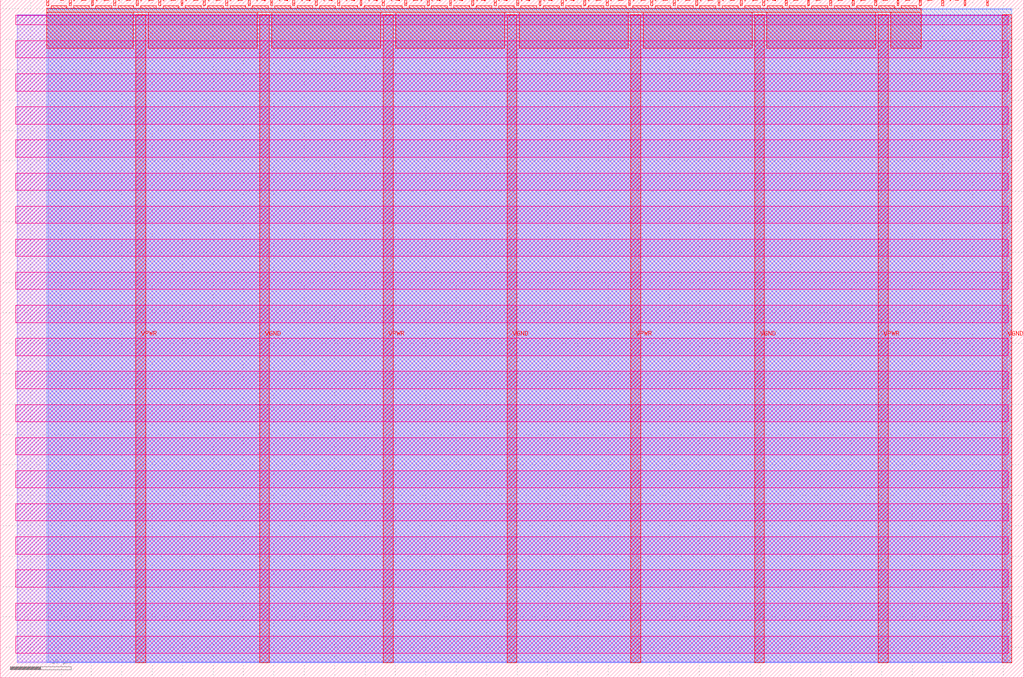
<source format=lef>
VERSION 5.7 ;
  NOWIREEXTENSIONATPIN ON ;
  DIVIDERCHAR "/" ;
  BUSBITCHARS "[]" ;
MACRO tt_um_onehot
  CLASS BLOCK ;
  FOREIGN tt_um_onehot ;
  ORIGIN 0.000 0.000 ;
  SIZE 168.360 BY 111.520 ;
  PIN VGND
    DIRECTION INOUT ;
    USE GROUND ;
    PORT
      LAYER met4 ;
        RECT 42.670 2.480 44.270 109.040 ;
    END
    PORT
      LAYER met4 ;
        RECT 83.380 2.480 84.980 109.040 ;
    END
    PORT
      LAYER met4 ;
        RECT 124.090 2.480 125.690 109.040 ;
    END
    PORT
      LAYER met4 ;
        RECT 164.800 2.480 166.400 109.040 ;
    END
  END VGND
  PIN VPWR
    DIRECTION INOUT ;
    USE POWER ;
    PORT
      LAYER met4 ;
        RECT 22.315 2.480 23.915 109.040 ;
    END
    PORT
      LAYER met4 ;
        RECT 63.025 2.480 64.625 109.040 ;
    END
    PORT
      LAYER met4 ;
        RECT 103.735 2.480 105.335 109.040 ;
    END
    PORT
      LAYER met4 ;
        RECT 144.445 2.480 146.045 109.040 ;
    END
  END VPWR
  PIN clk
    DIRECTION INPUT ;
    USE SIGNAL ;
    PORT
      LAYER met4 ;
        RECT 158.550 110.520 158.850 111.520 ;
    END
  END clk
  PIN ena
    DIRECTION INPUT ;
    USE SIGNAL ;
    PORT
      LAYER met4 ;
        RECT 162.230 110.520 162.530 111.520 ;
    END
  END ena
  PIN rst_n
    DIRECTION INPUT ;
    USE SIGNAL ;
    PORT
      LAYER met4 ;
        RECT 154.870 110.520 155.170 111.520 ;
    END
  END rst_n
  PIN ui_in[0]
    DIRECTION INPUT ;
    USE SIGNAL ;
    ANTENNAGATEAREA 0.213000 ;
    PORT
      LAYER met4 ;
        RECT 151.190 110.520 151.490 111.520 ;
    END
  END ui_in[0]
  PIN ui_in[1]
    DIRECTION INPUT ;
    USE SIGNAL ;
    ANTENNAGATEAREA 0.213000 ;
    PORT
      LAYER met4 ;
        RECT 147.510 110.520 147.810 111.520 ;
    END
  END ui_in[1]
  PIN ui_in[2]
    DIRECTION INPUT ;
    USE SIGNAL ;
    ANTENNAGATEAREA 0.213000 ;
    PORT
      LAYER met4 ;
        RECT 143.830 110.520 144.130 111.520 ;
    END
  END ui_in[2]
  PIN ui_in[3]
    DIRECTION INPUT ;
    USE SIGNAL ;
    PORT
      LAYER met4 ;
        RECT 140.150 110.520 140.450 111.520 ;
    END
  END ui_in[3]
  PIN ui_in[4]
    DIRECTION INPUT ;
    USE SIGNAL ;
    PORT
      LAYER met4 ;
        RECT 136.470 110.520 136.770 111.520 ;
    END
  END ui_in[4]
  PIN ui_in[5]
    DIRECTION INPUT ;
    USE SIGNAL ;
    PORT
      LAYER met4 ;
        RECT 132.790 110.520 133.090 111.520 ;
    END
  END ui_in[5]
  PIN ui_in[6]
    DIRECTION INPUT ;
    USE SIGNAL ;
    PORT
      LAYER met4 ;
        RECT 129.110 110.520 129.410 111.520 ;
    END
  END ui_in[6]
  PIN ui_in[7]
    DIRECTION INPUT ;
    USE SIGNAL ;
    PORT
      LAYER met4 ;
        RECT 125.430 110.520 125.730 111.520 ;
    END
  END ui_in[7]
  PIN uio_in[0]
    DIRECTION INPUT ;
    USE SIGNAL ;
    PORT
      LAYER met4 ;
        RECT 121.750 110.520 122.050 111.520 ;
    END
  END uio_in[0]
  PIN uio_in[1]
    DIRECTION INPUT ;
    USE SIGNAL ;
    PORT
      LAYER met4 ;
        RECT 118.070 110.520 118.370 111.520 ;
    END
  END uio_in[1]
  PIN uio_in[2]
    DIRECTION INPUT ;
    USE SIGNAL ;
    PORT
      LAYER met4 ;
        RECT 114.390 110.520 114.690 111.520 ;
    END
  END uio_in[2]
  PIN uio_in[3]
    DIRECTION INPUT ;
    USE SIGNAL ;
    PORT
      LAYER met4 ;
        RECT 110.710 110.520 111.010 111.520 ;
    END
  END uio_in[3]
  PIN uio_in[4]
    DIRECTION INPUT ;
    USE SIGNAL ;
    PORT
      LAYER met4 ;
        RECT 107.030 110.520 107.330 111.520 ;
    END
  END uio_in[4]
  PIN uio_in[5]
    DIRECTION INPUT ;
    USE SIGNAL ;
    PORT
      LAYER met4 ;
        RECT 103.350 110.520 103.650 111.520 ;
    END
  END uio_in[5]
  PIN uio_in[6]
    DIRECTION INPUT ;
    USE SIGNAL ;
    PORT
      LAYER met4 ;
        RECT 99.670 110.520 99.970 111.520 ;
    END
  END uio_in[6]
  PIN uio_in[7]
    DIRECTION INPUT ;
    USE SIGNAL ;
    PORT
      LAYER met4 ;
        RECT 95.990 110.520 96.290 111.520 ;
    END
  END uio_in[7]
  PIN uio_oe[0]
    DIRECTION OUTPUT TRISTATE ;
    USE SIGNAL ;
    PORT
      LAYER met4 ;
        RECT 33.430 110.520 33.730 111.520 ;
    END
  END uio_oe[0]
  PIN uio_oe[1]
    DIRECTION OUTPUT TRISTATE ;
    USE SIGNAL ;
    PORT
      LAYER met4 ;
        RECT 29.750 110.520 30.050 111.520 ;
    END
  END uio_oe[1]
  PIN uio_oe[2]
    DIRECTION OUTPUT TRISTATE ;
    USE SIGNAL ;
    PORT
      LAYER met4 ;
        RECT 26.070 110.520 26.370 111.520 ;
    END
  END uio_oe[2]
  PIN uio_oe[3]
    DIRECTION OUTPUT TRISTATE ;
    USE SIGNAL ;
    PORT
      LAYER met4 ;
        RECT 22.390 110.520 22.690 111.520 ;
    END
  END uio_oe[3]
  PIN uio_oe[4]
    DIRECTION OUTPUT TRISTATE ;
    USE SIGNAL ;
    PORT
      LAYER met4 ;
        RECT 18.710 110.520 19.010 111.520 ;
    END
  END uio_oe[4]
  PIN uio_oe[5]
    DIRECTION OUTPUT TRISTATE ;
    USE SIGNAL ;
    PORT
      LAYER met4 ;
        RECT 15.030 110.520 15.330 111.520 ;
    END
  END uio_oe[5]
  PIN uio_oe[6]
    DIRECTION OUTPUT TRISTATE ;
    USE SIGNAL ;
    PORT
      LAYER met4 ;
        RECT 11.350 110.520 11.650 111.520 ;
    END
  END uio_oe[6]
  PIN uio_oe[7]
    DIRECTION OUTPUT TRISTATE ;
    USE SIGNAL ;
    PORT
      LAYER met4 ;
        RECT 7.670 110.520 7.970 111.520 ;
    END
  END uio_oe[7]
  PIN uio_out[0]
    DIRECTION OUTPUT TRISTATE ;
    USE SIGNAL ;
    PORT
      LAYER met4 ;
        RECT 62.870 110.520 63.170 111.520 ;
    END
  END uio_out[0]
  PIN uio_out[1]
    DIRECTION OUTPUT TRISTATE ;
    USE SIGNAL ;
    PORT
      LAYER met4 ;
        RECT 59.190 110.520 59.490 111.520 ;
    END
  END uio_out[1]
  PIN uio_out[2]
    DIRECTION OUTPUT TRISTATE ;
    USE SIGNAL ;
    PORT
      LAYER met4 ;
        RECT 55.510 110.520 55.810 111.520 ;
    END
  END uio_out[2]
  PIN uio_out[3]
    DIRECTION OUTPUT TRISTATE ;
    USE SIGNAL ;
    PORT
      LAYER met4 ;
        RECT 51.830 110.520 52.130 111.520 ;
    END
  END uio_out[3]
  PIN uio_out[4]
    DIRECTION OUTPUT TRISTATE ;
    USE SIGNAL ;
    PORT
      LAYER met4 ;
        RECT 48.150 110.520 48.450 111.520 ;
    END
  END uio_out[4]
  PIN uio_out[5]
    DIRECTION OUTPUT TRISTATE ;
    USE SIGNAL ;
    PORT
      LAYER met4 ;
        RECT 44.470 110.520 44.770 111.520 ;
    END
  END uio_out[5]
  PIN uio_out[6]
    DIRECTION OUTPUT TRISTATE ;
    USE SIGNAL ;
    PORT
      LAYER met4 ;
        RECT 40.790 110.520 41.090 111.520 ;
    END
  END uio_out[6]
  PIN uio_out[7]
    DIRECTION OUTPUT TRISTATE ;
    USE SIGNAL ;
    PORT
      LAYER met4 ;
        RECT 37.110 110.520 37.410 111.520 ;
    END
  END uio_out[7]
  PIN uo_out[0]
    DIRECTION OUTPUT TRISTATE ;
    USE SIGNAL ;
    ANTENNADIFFAREA 1.593000 ;
    PORT
      LAYER met4 ;
        RECT 92.310 110.520 92.610 111.520 ;
    END
  END uo_out[0]
  PIN uo_out[1]
    DIRECTION OUTPUT TRISTATE ;
    USE SIGNAL ;
    ANTENNADIFFAREA 1.593000 ;
    PORT
      LAYER met4 ;
        RECT 88.630 110.520 88.930 111.520 ;
    END
  END uo_out[1]
  PIN uo_out[2]
    DIRECTION OUTPUT TRISTATE ;
    USE SIGNAL ;
    ANTENNADIFFAREA 1.593000 ;
    PORT
      LAYER met4 ;
        RECT 84.950 110.520 85.250 111.520 ;
    END
  END uo_out[2]
  PIN uo_out[3]
    DIRECTION OUTPUT TRISTATE ;
    USE SIGNAL ;
    ANTENNADIFFAREA 0.795200 ;
    PORT
      LAYER met4 ;
        RECT 81.270 110.520 81.570 111.520 ;
    END
  END uo_out[3]
  PIN uo_out[4]
    DIRECTION OUTPUT TRISTATE ;
    USE SIGNAL ;
    ANTENNADIFFAREA 1.593000 ;
    PORT
      LAYER met4 ;
        RECT 77.590 110.520 77.890 111.520 ;
    END
  END uo_out[4]
  PIN uo_out[5]
    DIRECTION OUTPUT TRISTATE ;
    USE SIGNAL ;
    ANTENNADIFFAREA 0.445500 ;
    PORT
      LAYER met4 ;
        RECT 73.910 110.520 74.210 111.520 ;
    END
  END uo_out[5]
  PIN uo_out[6]
    DIRECTION OUTPUT TRISTATE ;
    USE SIGNAL ;
    ANTENNADIFFAREA 0.445500 ;
    PORT
      LAYER met4 ;
        RECT 70.230 110.520 70.530 111.520 ;
    END
  END uo_out[6]
  PIN uo_out[7]
    DIRECTION OUTPUT TRISTATE ;
    USE SIGNAL ;
    ANTENNADIFFAREA 0.445500 ;
    PORT
      LAYER met4 ;
        RECT 66.550 110.520 66.850 111.520 ;
    END
  END uo_out[7]
  OBS
      LAYER nwell ;
        RECT 2.570 107.385 165.790 108.990 ;
        RECT 2.570 101.945 165.790 104.775 ;
        RECT 2.570 96.505 165.790 99.335 ;
        RECT 2.570 91.065 165.790 93.895 ;
        RECT 2.570 85.625 165.790 88.455 ;
        RECT 2.570 80.185 165.790 83.015 ;
        RECT 2.570 74.745 165.790 77.575 ;
        RECT 2.570 69.305 165.790 72.135 ;
        RECT 2.570 63.865 165.790 66.695 ;
        RECT 2.570 58.425 165.790 61.255 ;
        RECT 2.570 52.985 165.790 55.815 ;
        RECT 2.570 47.545 165.790 50.375 ;
        RECT 2.570 42.105 165.790 44.935 ;
        RECT 2.570 36.665 165.790 39.495 ;
        RECT 2.570 31.225 165.790 34.055 ;
        RECT 2.570 25.785 165.790 28.615 ;
        RECT 2.570 20.345 165.790 23.175 ;
        RECT 2.570 14.905 165.790 17.735 ;
        RECT 2.570 9.465 165.790 12.295 ;
        RECT 2.570 4.025 165.790 6.855 ;
      LAYER li1 ;
        RECT 2.760 2.635 165.600 108.885 ;
      LAYER met1 ;
        RECT 2.760 2.480 166.400 109.040 ;
      LAYER met2 ;
        RECT 7.910 2.535 166.370 110.005 ;
      LAYER met3 ;
        RECT 7.630 2.555 166.390 109.985 ;
      LAYER met4 ;
        RECT 8.370 110.120 10.950 110.520 ;
        RECT 12.050 110.120 14.630 110.520 ;
        RECT 15.730 110.120 18.310 110.520 ;
        RECT 19.410 110.120 21.990 110.520 ;
        RECT 23.090 110.120 25.670 110.520 ;
        RECT 26.770 110.120 29.350 110.520 ;
        RECT 30.450 110.120 33.030 110.520 ;
        RECT 34.130 110.120 36.710 110.520 ;
        RECT 37.810 110.120 40.390 110.520 ;
        RECT 41.490 110.120 44.070 110.520 ;
        RECT 45.170 110.120 47.750 110.520 ;
        RECT 48.850 110.120 51.430 110.520 ;
        RECT 52.530 110.120 55.110 110.520 ;
        RECT 56.210 110.120 58.790 110.520 ;
        RECT 59.890 110.120 62.470 110.520 ;
        RECT 63.570 110.120 66.150 110.520 ;
        RECT 67.250 110.120 69.830 110.520 ;
        RECT 70.930 110.120 73.510 110.520 ;
        RECT 74.610 110.120 77.190 110.520 ;
        RECT 78.290 110.120 80.870 110.520 ;
        RECT 81.970 110.120 84.550 110.520 ;
        RECT 85.650 110.120 88.230 110.520 ;
        RECT 89.330 110.120 91.910 110.520 ;
        RECT 93.010 110.120 95.590 110.520 ;
        RECT 96.690 110.120 99.270 110.520 ;
        RECT 100.370 110.120 102.950 110.520 ;
        RECT 104.050 110.120 106.630 110.520 ;
        RECT 107.730 110.120 110.310 110.520 ;
        RECT 111.410 110.120 113.990 110.520 ;
        RECT 115.090 110.120 117.670 110.520 ;
        RECT 118.770 110.120 121.350 110.520 ;
        RECT 122.450 110.120 125.030 110.520 ;
        RECT 126.130 110.120 128.710 110.520 ;
        RECT 129.810 110.120 132.390 110.520 ;
        RECT 133.490 110.120 136.070 110.520 ;
        RECT 137.170 110.120 139.750 110.520 ;
        RECT 140.850 110.120 143.430 110.520 ;
        RECT 144.530 110.120 147.110 110.520 ;
        RECT 148.210 110.120 150.790 110.520 ;
        RECT 7.655 109.440 151.505 110.120 ;
        RECT 7.655 103.535 21.915 109.440 ;
        RECT 24.315 103.535 42.270 109.440 ;
        RECT 44.670 103.535 62.625 109.440 ;
        RECT 65.025 103.535 82.980 109.440 ;
        RECT 85.380 103.535 103.335 109.440 ;
        RECT 105.735 103.535 123.690 109.440 ;
        RECT 126.090 103.535 144.045 109.440 ;
        RECT 146.445 103.535 151.505 109.440 ;
  END
END tt_um_onehot
END LIBRARY


</source>
